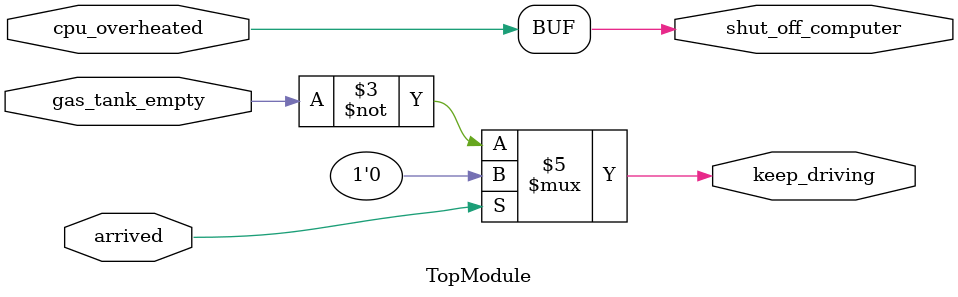
<source format=sv>

module TopModule (
  input cpu_overheated,
  output reg shut_off_computer,
  input arrived,
  input gas_tank_empty,
  output reg keep_driving
);

always @(*) begin
    shut_off_computer = cpu_overheated;
    
    if (~arrived)
        keep_driving = ~gas_tank_empty;
    else
        keep_driving = 1'b0;
end
endmodule

</source>
